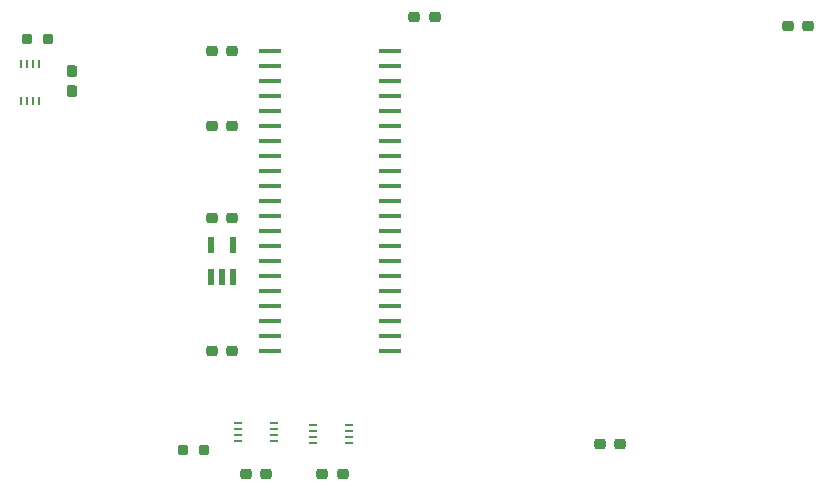
<source format=gtp>
G04 #@! TF.GenerationSoftware,KiCad,Pcbnew,7.0.0-1.fc37*
G04 #@! TF.CreationDate,2023-02-19T18:56:11+00:00*
G04 #@! TF.ProjectId,Agnus,41676e75-732e-46b6-9963-61645f706362,rev?*
G04 #@! TF.SameCoordinates,Original*
G04 #@! TF.FileFunction,Paste,Top*
G04 #@! TF.FilePolarity,Positive*
%FSLAX46Y46*%
G04 Gerber Fmt 4.6, Leading zero omitted, Abs format (unit mm)*
G04 Created by KiCad (PCBNEW 7.0.0-1.fc37) date 2023-02-19 18:56:11*
%MOMM*%
%LPD*%
G01*
G04 APERTURE LIST*
G04 Aperture macros list*
%AMRoundRect*
0 Rectangle with rounded corners*
0 $1 Rounding radius*
0 $2 $3 $4 $5 $6 $7 $8 $9 X,Y pos of 4 corners*
0 Add a 4 corners polygon primitive as box body*
4,1,4,$2,$3,$4,$5,$6,$7,$8,$9,$2,$3,0*
0 Add four circle primitives for the rounded corners*
1,1,$1+$1,$2,$3*
1,1,$1+$1,$4,$5*
1,1,$1+$1,$6,$7*
1,1,$1+$1,$8,$9*
0 Add four rect primitives between the rounded corners*
20,1,$1+$1,$2,$3,$4,$5,0*
20,1,$1+$1,$4,$5,$6,$7,0*
20,1,$1+$1,$6,$7,$8,$9,0*
20,1,$1+$1,$8,$9,$2,$3,0*%
G04 Aperture macros list end*
%ADD10R,0.700000X0.200000*%
%ADD11RoundRect,0.187500X0.300000X0.237500X-0.300000X0.237500X-0.300000X-0.237500X0.300000X-0.237500X0*%
%ADD12RoundRect,0.187500X-0.250000X-0.237500X0.250000X-0.237500X0.250000X0.237500X-0.250000X0.237500X0*%
%ADD13RoundRect,0.187500X0.250000X0.237500X-0.250000X0.237500X-0.250000X-0.237500X0.250000X-0.237500X0*%
%ADD14RoundRect,0.187500X-0.300000X-0.237500X0.300000X-0.237500X0.300000X0.237500X-0.300000X0.237500X0*%
%ADD15R,0.200000X0.700000*%
%ADD16R,1.932000X0.408000*%
%ADD17R,0.550000X1.460000*%
%ADD18RoundRect,0.187500X0.237500X-0.300000X0.237500X0.300000X-0.237500X0.300000X-0.237500X-0.300000X0*%
G04 APERTURE END LIST*
D10*
X128015999Y-72508999D03*
X128015999Y-72008999D03*
X128015999Y-71508999D03*
X128015999Y-71008999D03*
X124915999Y-71008999D03*
X124915999Y-71508999D03*
X124915999Y-72008999D03*
X124915999Y-72508999D03*
D11*
X118083500Y-39319200D03*
X116358500Y-39319200D03*
D12*
X100687500Y-38354000D03*
X102512500Y-38354000D03*
D10*
X121665999Y-72381999D03*
X121665999Y-71881999D03*
X121665999Y-71381999D03*
X121665999Y-70881999D03*
X118565999Y-70881999D03*
X118565999Y-71381999D03*
X118565999Y-71881999D03*
X118565999Y-72381999D03*
D13*
X115720500Y-73152000D03*
X113895500Y-73152000D03*
D11*
X135228500Y-36449000D03*
X133503500Y-36449000D03*
D14*
X119253500Y-75188000D03*
X120978500Y-75188000D03*
D11*
X118083500Y-45720000D03*
X116358500Y-45720000D03*
X118083500Y-64770000D03*
X116358500Y-64770000D03*
D15*
X101714999Y-40486999D03*
X101214999Y-40486999D03*
X100714999Y-40486999D03*
X100214999Y-40486999D03*
X100214999Y-43586999D03*
X100714999Y-43586999D03*
X101214999Y-43586999D03*
X101714999Y-43586999D03*
D14*
X116358500Y-53467000D03*
X118083500Y-53467000D03*
X165126500Y-37211000D03*
X166851500Y-37211000D03*
X125730500Y-75188000D03*
X127455500Y-75188000D03*
D16*
X121284999Y-39369999D03*
X121284999Y-40639999D03*
X121284999Y-41909999D03*
X121284999Y-43179999D03*
X121284999Y-44449999D03*
X121284999Y-45719999D03*
X121284999Y-46989999D03*
X121284999Y-48259999D03*
X121284999Y-49529999D03*
X121284999Y-50799999D03*
X121284999Y-52069999D03*
X121284999Y-53339999D03*
X121284999Y-54609999D03*
X121284999Y-55879999D03*
X121284999Y-57149999D03*
X121284999Y-58419999D03*
X121284999Y-59689999D03*
X121284999Y-60959999D03*
X121284999Y-62229999D03*
X121284999Y-63499999D03*
X121284999Y-64769999D03*
X131444999Y-64769999D03*
X131444999Y-63499999D03*
X131444999Y-62229999D03*
X131444999Y-60959999D03*
X131444999Y-59689999D03*
X131444999Y-58419999D03*
X131444999Y-57149999D03*
X131444999Y-55879999D03*
X131444999Y-54609999D03*
X131444999Y-53339999D03*
X131444999Y-52069999D03*
X131444999Y-50799999D03*
X131444999Y-49529999D03*
X131444999Y-48259999D03*
X131444999Y-46989999D03*
X131444999Y-45719999D03*
X131444999Y-44449999D03*
X131444999Y-43179999D03*
X131444999Y-41909999D03*
X131444999Y-40639999D03*
X131444999Y-39369999D03*
D17*
X116270999Y-58499999D03*
X117220999Y-58499999D03*
X118170999Y-58499999D03*
X118170999Y-55799999D03*
X116270999Y-55799999D03*
D11*
X150925700Y-72593200D03*
X149200700Y-72593200D03*
D18*
X104521000Y-42772500D03*
X104521000Y-41047500D03*
M02*

</source>
